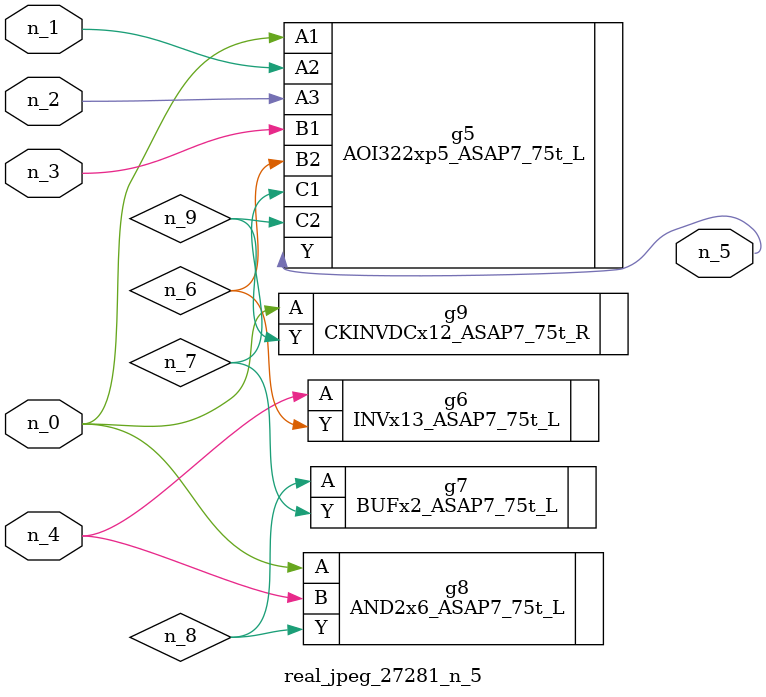
<source format=v>
module real_jpeg_27281_n_5 (n_4, n_0, n_1, n_2, n_3, n_5);

input n_4;
input n_0;
input n_1;
input n_2;
input n_3;

output n_5;

wire n_8;
wire n_6;
wire n_7;
wire n_9;

AOI322xp5_ASAP7_75t_L g5 ( 
.A1(n_0),
.A2(n_1),
.A3(n_2),
.B1(n_3),
.B2(n_6),
.C1(n_7),
.C2(n_9),
.Y(n_5)
);

AND2x6_ASAP7_75t_L g8 ( 
.A(n_0),
.B(n_4),
.Y(n_8)
);

CKINVDCx12_ASAP7_75t_R g9 ( 
.A(n_0),
.Y(n_9)
);

INVx13_ASAP7_75t_L g6 ( 
.A(n_4),
.Y(n_6)
);

BUFx2_ASAP7_75t_L g7 ( 
.A(n_8),
.Y(n_7)
);


endmodule
</source>
